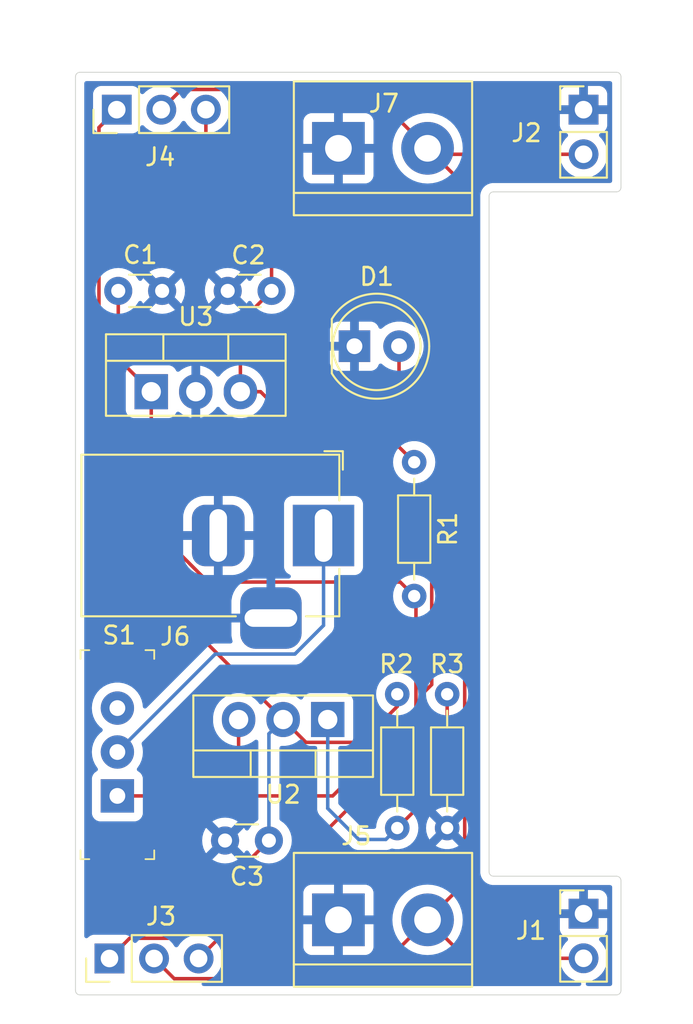
<source format=kicad_pcb>
(kicad_pcb (version 20240108) (generator "pcbnew") (generator_version "8.0")
  (layers (0 "F.Cu" signal) (31 "B.Cu" signal) (34 "B.Paste" user) (35 "F.Paste" user) (36 "B.SilkS" user "B.Silkscreen") (37 "F.SilkS" user "F.Silkscreen") (38 "B.Mask" user) (39 "F.Mask" user) (44 "Edge.Cuts" user))
  (net 0 "")
  (net 1 "GND")
  (net 2 "/12v")
  (net 3 "/5v")
  (net 4 "/3v3")
  (net 5 "Net-(D1-A)")
  (net 6 "/PWR_OUT")
  (net 7 "/PWR_IN")
  (net 8 "Net-(U2-ADJ)")
  (footprint "Package_TO_SOT_THT:TO-220-3_Vertical" (layer "F.Cu") (at 104.648 98.3488)
    (property "Reference" "U3" (at 2.54 -4.27 0) (layer "F.SilkS"))
    (property "Value" "LM7805_TO220")
    (fp_line (start -2.58 -3.27) (end -2.58 1.371) (stroke (width 0.12)) (layer "F.SilkS"))
    (fp_line (start -2.58 -3.27) (end 7.66 -3.27) (stroke (width 0.12)) (layer "F.SilkS"))
    (fp_line (start -2.58 -1.76) (end 7.66 -1.76) (stroke (width 0.12)) (layer "F.SilkS"))
    (fp_line (start -2.58 1.371) (end 7.66 1.371) (stroke (width 0.12)) (layer "F.SilkS"))
    (fp_line (start 0.69 -3.27) (end 0.69 -1.76) (stroke (width 0.12)) (layer "F.SilkS"))
    (fp_line (start 4.391 -3.27) (end 4.391 -1.76) (stroke (width 0.12)) (layer "F.SilkS"))
    (fp_line (start 7.66 -3.27) (end 7.66 1.371) (stroke (width 0.12)) (layer "F.SilkS"))
    (pad "1" thru_hole rect (at 0 0) (size 1.905 2) (drill 1.1) (layers "*.Cu" "*.Mask") (net 2 "/12v"))
    (pad "2" thru_hole oval (at 2.54 0) (size 1.905 2) (drill 1.1) (layers "*.Cu" "*.Mask") (net 1 "GND"))
    (pad "3" thru_hole oval (at 5.08 0) (size 1.905 2) (drill 1.1) (layers "*.Cu" "*.Mask") (net 3 "/5v"))
  )
  (footprint "digikey-footprints:Switch_Slide_11.6x4mm_EG1218" (layer "F.Cu") (at 102.7176 121.3612 90)
    (property "Reference" "S1" (at 9.144 0.1016 0) (layer "F.SilkS"))
    (property "Value" "EG1218")
    (fp_line (start 8.3 -2.1) (end 7.8 -2.1) (stroke (width 0.1)) (layer "F.SilkS"))
    (fp_line (start 8.3 -2.1) (end 8.3 -1.6) (stroke (width 0.1)) (layer "F.SilkS"))
    (fp_line (start -3.6 -2.1) (end -3.1 -2.1) (stroke (width 0.1)) (layer "F.SilkS"))
    (fp_line (start -3.6 -2.1) (end -3.6 -1.6) (stroke (width 0.1)) (layer "F.SilkS"))
    (fp_line (start 8.3 2.1) (end 8.3 1.6) (stroke (width 0.1)) (layer "F.SilkS"))
    (fp_line (start 8.3 2.1) (end 7.8 2.1) (stroke (width 0.1)) (layer "F.SilkS"))
    (fp_line (start -3.6 2.1) (end -3.6 1.6) (stroke (width 0.1)) (layer "F.SilkS"))
    (fp_line (start -3.6 2.1) (end -3.1 2.1) (stroke (width 0.1)) (layer "F.SilkS"))
    (pad "1" thru_hole rect (at 0 0 90) (size 1.9 1.9) (drill 0.9) (layers "*.Cu" "*.Mask") (net 2 "/12v"))
    (pad "2" thru_hole circle (at 2.5 0 90) (size 1.9 1.9) (drill 0.9) (layers "*.Cu" "*.Mask") (net 7 "/PWR_IN"))
    (pad "3" thru_hole circle (at 5 0 90) (size 1.9 1.9) (drill 0.9) (layers "*.Cu" "*.Mask"))
  )
  (footprint "TerminalBlock:TerminalBlock_bornier-2_P5.08mm" (layer "F.Cu") (at 115.316 128.4168)
    (property "Reference" "J5" (at 1.016 -4.7696 0) (layer "F.SilkS"))
    (property "Value" "Screw_Terminal_01x02")
    (fp_line (start -2.54 -3.81) (end -2.54 3.81) (stroke (width 0.12)) (layer "F.SilkS"))
    (fp_line (start -2.54 3.81) (end 7.62 3.81) (stroke (width 0.12)) (layer "F.SilkS"))
    (fp_line (start 7.62 -3.81) (end -2.54 -3.81) (stroke (width 0.12)) (layer "F.SilkS"))
    (fp_line (start 7.62 2.54) (end -2.54 2.54) (stroke (width 0.12)) (layer "F.SilkS"))
    (fp_line (start 7.62 3.81) (end 7.62 -3.81) (stroke (width 0.12)) (layer "F.SilkS"))
    (pad "1" thru_hole rect (at 0 0) (size 3 3) (drill 1.52) (layers "*.Cu" "*.Mask") (net 1 "GND"))
    (pad "2" thru_hole circle (at 5.08 0) (size 3 3) (drill 1.52) (layers "*.Cu" "*.Mask") (net 6 "/PWR_OUT"))
  )
  (footprint "Capacitor_THT:C_Disc_D3.0mm_W1.6mm_P2.50mm" (layer "F.Cu") (at 111.3536 123.9012 180)
    (property "Reference" "C3" (at 1.25 -2.05 180) (layer "F.SilkS"))
    (property "Value" "1u")
    (fp_line (start 0.621 0.92) (end 1.879 0.92) (stroke (width 0.12)) (layer "F.SilkS"))
    (fp_line (start 0.621 -0.92) (end 1.879 -0.92) (stroke (width 0.12)) (layer "F.SilkS"))
    (pad "1" thru_hole circle (at 0 0 180) (size 1.6 1.6) (drill 0.8) (layers "*.Cu" "*.Mask") (net 4 "/3v3"))
    (pad "2" thru_hole circle (at 2.5 0 180) (size 1.6 1.6) (drill 0.8) (layers "*.Cu" "*.Mask") (net 1 "GND"))
  )
  (footprint "Connector_PinHeader_2.54mm:PinHeader_1x03_P2.54mm_Vertical" (layer "F.Cu") (at 102.6818 82.291 90)
    (property "Reference" "J4" (at -2.6974 2.4742 0) (layer "F.SilkS"))
    (property "Value" "Conn_01x03_Pin")
    (fp_line (start -1.33 -1.33) (end 0 -1.33) (stroke (width 0.12)) (layer "F.SilkS"))
    (fp_line (start -1.33 0) (end -1.33 -1.33) (stroke (width 0.12)) (layer "F.SilkS"))
    (fp_line (start 1.33 1.27) (end 1.33 6.41) (stroke (width 0.12)) (layer "F.SilkS"))
    (fp_line (start -1.33 1.27) (end 1.33 1.27) (stroke (width 0.12)) (layer "F.SilkS"))
    (fp_line (start -1.33 1.27) (end -1.33 6.41) (stroke (width 0.12)) (layer "F.SilkS"))
    (fp_line (start -1.33 6.41) (end 1.33 6.41) (stroke (width 0.12)) (layer "F.SilkS"))
    (pad "1" thru_hole rect (at 0 0 90) (size 1.7 1.7) (drill 1) (layers "*.Cu" "*.Mask") (net 4 "/3v3"))
    (pad "2" thru_hole oval (at 0 2.54 90) (size 1.7 1.7) (drill 1) (layers "*.Cu" "*.Mask") (net 6 "/PWR_OUT"))
    (pad "3" thru_hole oval (at 0 5.08 90) (size 1.7 1.7) (drill 1) (layers "*.Cu" "*.Mask") (net 3 "/5v"))
  )
  (footprint "TerminalBlock:TerminalBlock_bornier-2_P5.08mm" (layer "F.Cu") (at 115.316 84.491)
    (property "Reference" "J7" (at 2.5908 -2.5506 0) (layer "F.SilkS"))
    (property "Value" "Screw_Terminal_01x02")
    (fp_line (start -2.54 -3.81) (end -2.54 3.81) (stroke (width 0.12)) (layer "F.SilkS"))
    (fp_line (start -2.54 3.81) (end 7.62 3.81) (stroke (width 0.12)) (layer "F.SilkS"))
    (fp_line (start 7.62 -3.81) (end -2.54 -3.81) (stroke (width 0.12)) (layer "F.SilkS"))
    (fp_line (start 7.62 2.54) (end -2.54 2.54) (stroke (width 0.12)) (layer "F.SilkS"))
    (fp_line (start 7.62 3.81) (end 7.62 -3.81) (stroke (width 0.12)) (layer "F.SilkS"))
    (pad "1" thru_hole rect (at 0 0) (size 3 3) (drill 1.52) (layers "*.Cu" "*.Mask") (net 1 "GND"))
    (pad "2" thru_hole circle (at 5.08 0) (size 3 3) (drill 1.52) (layers "*.Cu" "*.Mask") (net 6 "/PWR_OUT"))
  )
  (footprint "Connector_PinHeader_2.54mm:PinHeader_1x02_P2.54mm_Vertical" (layer "F.Cu") (at 129.286 128.0668)
    (property "Reference" "J1" (at -2.9972 0.9652 0) (layer "F.SilkS"))
    (property "Value" "Conn_01x02_Pin")
    (fp_line (start -1.33 -1.33) (end 0 -1.33) (stroke (width 0.12)) (layer "F.SilkS"))
    (fp_line (start -1.33 0) (end -1.33 -1.33) (stroke (width 0.12)) (layer "F.SilkS"))
    (fp_line (start -1.33 1.27) (end -1.33 3.87) (stroke (width 0.12)) (layer "F.SilkS"))
    (fp_line (start -1.33 1.27) (end 1.33 1.27) (stroke (width 0.12)) (layer "F.SilkS"))
    (fp_line (start -1.33 3.87) (end 1.33 3.87) (stroke (width 0.12)) (layer "F.SilkS"))
    (fp_line (start 1.33 1.27) (end 1.33 3.87) (stroke (width 0.12)) (layer "F.SilkS"))
    (pad "1" thru_hole rect (at 0 0) (size 1.7 1.7) (drill 1) (layers "*.Cu" "*.Mask") (net 1 "GND"))
    (pad "2" thru_hole oval (at 0 2.54) (size 1.7 1.7) (drill 1) (layers "*.Cu" "*.Mask") (net 6 "/PWR_OUT"))
  )
  (footprint "Package_TO_SOT_THT:TO-220-3_Vertical" (layer "F.Cu") (at 114.7064 117.0126 180)
    (property "Reference" "U2" (at 2.54 -4.27 180) (layer "F.SilkS"))
    (property "Value" "LM317_TO-220")
    (fp_line (start 7.66 -3.27) (end 7.66 1.371) (stroke (width 0.12)) (layer "F.SilkS"))
    (fp_line (start 4.391 -3.27) (end 4.391 -1.76) (stroke (width 0.12)) (layer "F.SilkS"))
    (fp_line (start 0.69 -3.27) (end 0.69 -1.76) (stroke (width 0.12)) (layer "F.SilkS"))
    (fp_line (start -2.58 1.371) (end 7.66 1.371) (stroke (width 0.12)) (layer "F.SilkS"))
    (fp_line (start -2.58 -1.76) (end 7.66 -1.76) (stroke (width 0.12)) (layer "F.SilkS"))
    (fp_line (start -2.58 -3.27) (end 7.66 -3.27) (stroke (width 0.12)) (layer "F.SilkS"))
    (fp_line (start -2.58 -3.27) (end -2.58 1.371) (stroke (width 0.12)) (layer "F.SilkS"))
    (pad "1" thru_hole rect (at 0 0 180) (size 1.905 2) (drill 1.1) (layers "*.Cu" "*.Mask") (net 8 "Net-(U2-ADJ)"))
    (pad "2" thru_hole oval (at 2.54 0 180) (size 1.905 2) (drill 1.1) (layers "*.Cu" "*.Mask") (net 4 "/3v3"))
    (pad "3" thru_hole oval (at 5.08 0 180) (size 1.905 2) (drill 1.1) (layers "*.Cu" "*.Mask") (net 2 "/12v"))
  )
  (footprint "Capacitor_THT:C_Disc_D3.0mm_W1.6mm_P2.50mm" (layer "F.Cu") (at 111.506 92.6084 180)
    (property "Reference" "C2" (at 1.3208 2.032 180) (layer "F.SilkS"))
    (property "Value" "0.1u")
    (fp_line (start 0.621 0.92) (end 1.879 0.92) (stroke (width 0.12)) (layer "F.SilkS"))
    (fp_line (start 0.621 -0.92) (end 1.879 -0.92) (stroke (width 0.12)) (layer "F.SilkS"))
    (pad "1" thru_hole circle (at 0 0 180) (size 1.6 1.6) (drill 0.8) (layers "*.Cu" "*.Mask") (net 3 "/5v"))
    (pad "2" thru_hole circle (at 2.5 0 180) (size 1.6 1.6) (drill 0.8) (layers "*.Cu" "*.Mask") (net 1 "GND"))
  )
  (footprint "Connector_PinHeader_2.54mm:PinHeader_1x03_P2.54mm_Vertical" (layer "F.Cu") (at 102.2676 130.6168 90)
    (property "Reference" "J3" (at 2.3976 2.9392 0) (layer "F.SilkS"))
    (property "Value" "Conn_01x03_Pin")
    (fp_line (start -1.33 -1.33) (end 0 -1.33) (stroke (width 0.12)) (layer "F.SilkS"))
    (fp_line (start -1.33 0) (end -1.33 -1.33) (stroke (width 0.12)) (layer "F.SilkS"))
    (fp_line (start 1.33 1.27) (end 1.33 6.41) (stroke (width 0.12)) (layer "F.SilkS"))
    (fp_line (start -1.33 1.27) (end 1.33 1.27) (stroke (width 0.12)) (layer "F.SilkS"))
    (fp_line (start -1.33 1.27) (end -1.33 6.41) (stroke (width 0.12)) (layer "F.SilkS"))
    (fp_line (start -1.33 6.41) (end 1.33 6.41) (stroke (width 0.12)) (layer "F.SilkS"))
    (pad "1" thru_hole rect (at 0 0 90) (size 1.7 1.7) (drill 1) (layers "*.Cu" "*.Mask") (net 4 "/3v3"))
    (pad "2" thru_hole oval (at 0 2.54 90) (size 1.7 1.7) (drill 1) (layers "*.Cu" "*.Mask") (net 6 "/PWR_OUT"))
    (pad "3" thru_hole oval (at 0 5.08 90) (size 1.7 1.7) (drill 1) (layers "*.Cu" "*.Mask") (net 3 "/5v"))
  )
  (footprint "Connector_BarrelJack:BarrelJack_Horizontal" (layer "F.Cu") (at 114.4676 106.5353)
    (property "Reference" "J6" (at -8.45 5.75 0) (layer "F.SilkS"))
    (property "Value" "Barrel_Jack_Switch")
    (fp_line (start -13.8 -4.6) (end 0.9 -4.6) (stroke (width 0.12)) (layer "F.SilkS"))
    (fp_line (start -13.8 4.6) (end -13.8 -4.6) (stroke (width 0.12)) (layer "F.SilkS"))
    (fp_line (start -5 4.6) (end -13.8 4.6) (stroke (width 0.12)) (layer "F.SilkS"))
    (fp_line (start 0.05 -4.8) (end 1.1 -4.8) (stroke (width 0.12)) (layer "F.SilkS"))
    (fp_line (start 0.9 -4.6) (end 0.9 -2) (stroke (width 0.12)) (layer "F.SilkS"))
    (fp_line (start 0.9 1.9) (end 0.9 4.6) (stroke (width 0.12)) (layer "F.SilkS"))
    (fp_line (start 0.9 4.6) (end -1 4.6) (stroke (width 0.12)) (layer "F.SilkS"))
    (fp_line (start 1.1 -3.75) (end 1.1 -4.8) (stroke (width 0.12)) (layer "F.SilkS"))
    (pad "1" thru_hole rect (at 0 0) (size 3.5 3.5) (drill oval 1 3) (layers "*.Cu" "*.Mask") (net 7 "/PWR_IN"))
    (pad "2" thru_hole roundrect (at -6 0) (size 3 3.5) (drill oval 1 3) (layers "*.Cu" "*.Mask") (net 1 "GND"))
    (pad "3" thru_hole roundrect (at -3 4.7) (size 3.5 3.5) (drill oval 3 1) (layers "*.Cu" "*.Mask") (net 1 "GND"))
  )
  (footprint "Connector_PinHeader_2.54mm:PinHeader_1x02_P2.54mm_Vertical" (layer "F.Cu") (at 129.286 82.291)
    (property "Reference" "J2" (at -3.2512 1.3258 0) (layer "F.SilkS"))
    (property "Value" "Conn_01x02_Pin")
    (fp_line (start -1.33 -1.33) (end 0 -1.33) (stroke (width 0.12)) (layer "F.SilkS"))
    (fp_line (start -1.33 0) (end -1.33 -1.33) (stroke (width 0.12)) (layer "F.SilkS"))
    (fp_line (start -1.33 1.27) (end -1.33 3.87) (stroke (width 0.12)) (layer "F.SilkS"))
    (fp_line (start -1.33 1.27) (end 1.33 1.27) (stroke (width 0.12)) (layer "F.SilkS"))
    (fp_line (start -1.33 3.87) (end 1.33 3.87) (stroke (width 0.12)) (layer "F.SilkS"))
    (fp_line (start 1.33 1.27) (end 1.33 3.87) (stroke (width 0.12)) (layer "F.SilkS"))
    (pad "1" thru_hole rect (at 0 0) (size 1.7 1.7) (drill 1) (layers "*.Cu" "*.Mask") (net 1 "GND"))
    (pad "2" thru_hole oval (at 0 2.54) (size 1.7 1.7) (drill 1) (layers "*.Cu" "*.Mask") (net 6 "/PWR_OUT"))
  )
  (footprint "Resistor_THT:R_Axial_DIN0204_L3.6mm_D1.6mm_P7.62mm_Horizontal" (layer "F.Cu") (at 121.5136 123.19 90)
    (property "Reference" "R3" (at 9.3356 0 0) (layer "F.SilkS"))
    (property "Value" "560")
    (fp_line (start 5.73 -0.92) (end 1.89 -0.92) (stroke (width 0.12)) (layer "F.SilkS"))
    (fp_line (start 1.89 -0.92) (end 1.89 0.92) (stroke (width 0.12)) (layer "F.SilkS"))
    (fp_line (start 6.68 0) (end 5.73 0) (stroke (width 0.12)) (layer "F.SilkS"))
    (fp_line (start 0.94 0) (end 1.89 0) (stroke (width 0.12)) (layer "F.SilkS"))
    (fp_line (start 5.73 0.92) (end 5.73 -0.92) (stroke (width 0.12)) (layer "F.SilkS"))
    (fp_line (start 1.89 0.92) (end 5.73 0.92) (stroke (width 0.12)) (layer "F.SilkS"))
    (pad "1" thru_hole circle (at 0 0 90) (size 1.4 1.4) (drill 0.7) (layers "*.Cu" "*.Mask") (net 1 "GND"))
    (pad "2" thru_hole oval (at 7.62 0 90) (size 1.4 1.4) (drill 0.7) (layers "*.Cu" "*.Mask") (net 8 "Net-(U2-ADJ)"))
  )
  (footprint "Resistor_THT:R_Axial_DIN0204_L3.6mm_D1.6mm_P7.62mm_Horizontal" (layer "F.Cu") (at 119.634 102.362 -90)
    (property "Reference" "R1" (at 3.81 -1.92 90) (layer "F.SilkS"))
    (property "Value" "330")
    (fp_line (start 1.89 0.92) (end 5.73 0.92) (stroke (width 0.12)) (layer "F.SilkS"))
    (fp_line (start 5.73 0.92) (end 5.73 -0.92) (stroke (width 0.12)) (layer "F.SilkS"))
    (fp_line (start 0.94 0) (end 1.89 0) (stroke (width 0.12)) (layer "F.SilkS"))
    (fp_line (start 6.68 0) (end 5.73 0) (stroke (width 0.12)) (layer "F.SilkS"))
    (fp_line (start 1.89 -0.92) (end 1.89 0.92) (stroke (width 0.12)) (layer "F.SilkS"))
    (fp_line (start 5.73 -0.92) (end 1.89 -0.92) (stroke (width 0.12)) (layer "F.SilkS"))
    (pad "1" thru_hole circle (at 0 0 270) (size 1.4 1.4) (drill 0.7) (layers "*.Cu" "*.Mask") (net 5 "Net-(D1-A)"))
    (pad "2" thru_hole oval (at 7.62 0 270) (size 1.4 1.4) (drill 0.7) (layers "*.Cu" "*.Mask") (net 2 "/12v"))
  )
  (footprint "LED_THT:LED_D5.0mm" (layer "F.Cu") (at 116.2304 95.758)
    (property "Reference" "D1" (at 1.27 -3.96 0) (layer "F.SilkS"))
    (property "Value" "LED")
    (fp_line (start -1.29 -1.545) (end -1.29 1.545) (stroke (width 0.12)) (layer "F.SilkS"))
    (fp_arc (start -1.29 -1.54483) (mid 2.072002 -2.880433) (end 4.26 0.000462) (stroke (width 0.12)) (layer "F.SilkS"))
    (fp_arc (start 4.26 -0.000462) (mid 2.072002 2.880433) (end -1.29 1.54483) (stroke (width 0.12)) (layer "F.SilkS"))
    (fp_circle (center 1.27 0) (end 3.77 0) (stroke (width 0.12)) (fill none) (layer "F.SilkS"))
    (pad "1" thru_hole rect (at 0 0) (size 1.8 1.8) (drill 0.9) (layers "*.Cu" "*.Mask") (net 1 "GND"))
    (pad "2" thru_hole circle (at 2.54 0) (size 1.8 1.8) (drill 0.9) (layers "*.Cu" "*.Mask") (net 5 "Net-(D1-A)"))
  )
  (footprint "Resistor_THT:R_Axial_DIN0204_L3.6mm_D1.6mm_P7.62mm_Horizontal" (layer "F.Cu") (at 118.6688 123.19 90)
    (property "Reference" "R2" (at 9.3356 -0.0508 0) (layer "F.SilkS"))
    (property "Value" "330")
    (fp_line (start 5.73 -0.92) (end 1.89 -0.92) (stroke (width 0.12)) (layer "F.SilkS"))
    (fp_line (start 1.89 -0.92) (end 1.89 0.92) (stroke (width 0.12)) (layer "F.SilkS"))
    (fp_line (start 6.68 0) (end 5.73 0) (stroke (width 0.12)) (layer "F.SilkS"))
    (fp_line (start 0.94 0) (end 1.89 0) (stroke (width 0.12)) (layer "F.SilkS"))
    (fp_line (start 5.73 0.92) (end 5.73 -0.92) (stroke (width 0.12)) (layer "F.SilkS"))
    (fp_line (start 1.89 0.92) (end 5.73 0.92) (stroke (width 0.12)) (layer "F.SilkS"))
    (pad "1" thru_hole circle (at 0 0 90) (size 1.4 1.4) (drill 0.7) (layers "*.Cu" "*.Mask") (net 8 "Net-(U2-ADJ)"))
    (pad "2" thru_hole oval (at 7.62 0 90) (size 1.4 1.4) (drill 0.7) (layers "*.Cu" "*.Mask") (net 4 "/3v3"))
  )
  (footprint "Capacitor_THT:C_Disc_D3.0mm_W1.6mm_P2.50mm" (layer "F.Cu") (at 102.7684 92.6084)
    (property "Reference" "C1" (at 1.25 -2.05 0) (layer "F.SilkS"))
    (property "Value" "10u")
    (fp_line (start 0.621 -0.92) (end 1.879 -0.92) (stroke (width 0.12)) (layer "F.SilkS"))
    (fp_line (start 0.621 0.92) (end 1.879 0.92) (stroke (width 0.12)) (layer "F.SilkS"))
    (pad "1" thru_hole circle (at 0 0) (size 1.6 1.6) (drill 0.8) (layers "*.Cu" "*.Mask") (net 2 "/12v"))
    (pad "2" thru_hole circle (at 2.5 0) (size 1.6 1.6) (drill 0.8) (layers "*.Cu" "*.Mask") (net 1 "GND"))
  )
  (gr_line (start 123.9012 87.2236) (end 123.9012 125.6792) (stroke (width 0.05)) (layer "Edge.Cuts"))
  (gr_line (start 131.1656 125.9332) (end 124.1552 125.9332) (stroke (width 0.05)) (layer "Edge.Cuts"))
  (gr_line (start 100.584 132.6896) (end 131.1656 132.6896) (stroke (width 0.05)) (layer "Edge.Cuts"))
  (gr_line (start 100.33 80.4164) (end 100.33 132.4356) (stroke (width 0.05)) (layer "Edge.Cuts"))
  (gr_arc (start 131.1656 125.9332) (mid 131.345205 126.007595) (end 131.4196 126.1872) (stroke (width 0.05)) (layer "Edge.Cuts"))
  (gr_arc (start 131.4196 86.7156) (mid 131.345205 86.895205) (end 131.1656 86.9696) (stroke (width 0.05)) (layer "Edge.Cuts"))
  (gr_line (start 124.1552 86.9696) (end 131.1656 86.9696) (stroke (width 0.05)) (layer "Edge.Cuts"))
  (gr_arc (start 100.584 132.6896) (mid 100.404395 132.615205) (end 100.33 132.4356) (stroke (width 0.05)) (layer "Edge.Cuts"))
  (gr_arc (start 131.1656 80.1624) (mid 131.345205 80.236795) (end 131.4196 80.4164) (stroke (width 0.05)) (layer "Edge.Cuts"))
  (gr_arc (start 131.4196 132.4356) (mid 131.345205 132.615205) (end 131.1656 132.6896) (stroke (width 0.05)) (layer "Edge.Cuts"))
  (gr_line (start 131.4196 132.4356) (end 131.4196 126.1872) (stroke (width 0.05)) (layer "Edge.Cuts"))
  (gr_line (start 131.4196 86.7156) (end 131.4196 80.4164) (stroke (width 0.05)) (layer "Edge.Cuts"))
  (gr_arc (start 124.1552 125.9332) (mid 123.975595 125.858805) (end 123.9012 125.6792) (stroke (width 0.05)) (layer "Edge.Cuts"))
  (gr_arc (start 100.33 80.4164) (mid 100.404395 80.236795) (end 100.584 80.1624) (stroke (width 0.05)) (layer "Edge.Cuts"))
  (gr_line (start 131.1656 80.1624) (end 100.584 80.1624) (stroke (width 0.05)) (layer "Edge.Cuts"))
  (gr_arc (start 123.9012 87.2236) (mid 123.975595 87.043995) (end 124.1552 86.9696) (stroke (width 0.05)) (layer "Edge.Cuts"))
  (segment (start 119.634 109.982) (end 119.7356 110.0836) (width 0.2) (layer "F.Cu") (net 2))
  (segment (start 102.7684 92.6084) (end 102.7684 96.4692) (width 0.2) (layer "F.Cu") (net 2))
  (segment (start 108.0516 121.3612) (end 102.7176 121.3612) (width 0.2) (layer "F.Cu") (net 2))
  (segment (start 109.6264 117.0126) (end 109.6264 119.7864) (width 0.2) (layer "F.Cu") (net 2))
  (segment (start 119.7356 110.0836) (end 119.7356 116.617014) (width 0.2) (layer "F.Cu") (net 2))
  (segment (start 118.8373 109.1853) (end 119.634 109.982) (width 0.2) (layer "F.Cu") (net 2))
  (segment (start 109.6264 119.7864) (end 108.0516 121.3612) (width 0.2) (layer "F.Cu") (net 2))
  (segment (start 104.648 105.950626) (end 107.882674 109.1853) (width 0.2) (layer "F.Cu") (net 2))
  (segment (start 102.7684 96.4692) (end 104.648 98.3488) (width 0.2) (layer "F.Cu") (net 2))
  (segment (start 119.7356 116.617014) (end 114.991414 121.3612) (width 0.2) (layer "F.Cu") (net 2))
  (segment (start 107.882674 109.1853) (end 118.8373 109.1853) (width 0.2) (layer "F.Cu") (net 2))
  (segment (start 104.648 98.3488) (end 104.648 105.950626) (width 0.2) (layer "F.Cu") (net 2))
  (segment (start 114.991414 121.3612) (end 108.0516 121.3612) (width 0.2) (layer "F.Cu") (net 2))
  (segment (start 120.634 108.1023) (end 120.634 115.0208) (width 0.2) (layer "F.Cu") (net 3))
  (segment (start 110.8805 98.3488) (end 120.634 108.1023) (width 0.2) (layer "F.Cu") (net 3))
  (segment (start 111.506 89.662) (end 111.506 92.6084) (width 0.2) (layer "F.Cu") (net 3))
  (segment (start 120.634 115.0208) (end 120.1356 115.5192) (width 0.2) (layer "F.Cu") (net 3))
  (segment (start 107.7618 82.291) (end 107.7618 85.9178) (width 0.2) (layer "F.Cu") (net 3))
  (segment (start 120.1356 117.8288) (end 107.3476 130.6168) (width 0.2) (layer "F.Cu") (net 3))
  (segment (start 120.1356 115.5192) (end 120.1356 117.8288) (width 0.2) (layer "F.Cu") (net 3))
  (segment (start 107.7618 85.9178) (end 111.506 89.662) (width 0.2) (layer "F.Cu") (net 3))
  (segment (start 109.728 98.3488) (end 109.728 94.3864) (width 0.2) (layer "F.Cu") (net 3))
  (segment (start 109.728 98.3488) (end 110.8805 98.3488) (width 0.2) (layer "F.Cu") (net 3))
  (segment (start 109.728 94.3864) (end 111.506 92.6084) (width 0.2) (layer "F.Cu") (net 3))
  (segment (start 113.4664 118.3126) (end 116.6258 118.3126) (width 0.2) (layer "F.Cu") (net 4))
  (segment (start 101.6684 106.5146) (end 112.1664 117.0126) (width 0.2) (layer "F.Cu") (net 4))
  (segment (start 103.4176 129.4668) (end 102.2676 130.6168) (width 0.2) (layer "F.Cu") (net 4))
  (segment (start 105.788 129.4668) (end 103.4176 129.4668) (width 0.2) (layer "F.Cu") (net 4))
  (segment (start 101.6684 83.3044) (end 101.6684 106.5146) (width 0.2) (layer "F.Cu") (net 4))
  (segment (start 111.3536 123.9012) (end 105.788 129.4668) (width 0.2) (layer "F.Cu") (net 4))
  (segment (start 118.6688 116.2696) (end 118.6688 115.57) (width 0.2) (layer "F.Cu") (net 4))
  (segment (start 102.6818 82.291) (end 101.6684 83.3044) (width 0.2) (layer "F.Cu") (net 4))
  (segment (start 116.6258 118.3126) (end 118.6688 116.2696) (width 0.2) (layer "F.Cu") (net 4))
  (segment (start 112.1664 117.0126) (end 113.4664 118.3126) (width 0.2) (layer "F.Cu") (net 4))
  (segment (start 111.3536 117.8254) (end 112.1664 117.0126) (width 0.2) (layer "B.Cu") (net 4))
  (segment (start 111.3536 123.9012) (end 111.3536 117.8254) (width 0.2) (layer "B.Cu") (net 4))
  (segment (start 118.7704 101.4984) (end 119.634 102.362) (width 0.2) (layer "F.Cu") (net 5))
  (segment (start 118.7704 95.758) (end 118.7704 101.4984) (width 0.2) (layer "F.Cu") (net 5))
  (segment (start 105.2218 82.291) (end 106.3718 81.141) (width 0.2) (layer "F.Cu") (net 6))
  (segment (start 122.586 130.6068) (end 129.286 130.6068) (width 0.2) (layer "F.Cu") (net 6))
  (segment (start 117.046 81.141) (end 120.396 84.491) (width 0.2) (layer "F.Cu") (net 6))
  (segment (start 120.736 84.831) (end 120.396 84.491) (width 0.2) (layer "F.Cu") (net 6))
  (segment (start 117.046 131.7668) (end 105.9576 131.7668) (width 0.2) (layer "F.Cu") (net 6))
  (segment (start 120.396 128.4168) (end 122.5136 126.2992) (width 0.2) (layer "F.Cu") (net 6))
  (segment (start 106.3718 81.141) (end 117.046 81.141) (width 0.2) (layer "F.Cu") (net 6))
  (segment (start 122.5136 86.6086) (end 120.396 84.491) (width 0.2) (layer "F.Cu") (net 6))
  (segment (start 105.9576 131.7668) (end 104.8076 130.6168) (width 0.2) (layer "F.Cu") (net 6))
  (segment (start 122.5136 126.2992) (end 122.5136 86.6086) (width 0.2) (layer "F.Cu") (net 6))
  (segment (start 120.396 128.4168) (end 122.586 130.6068) (width 0.2) (layer "F.Cu") (net 6))
  (segment (start 120.396 128.4168) (end 117.046 131.7668) (width 0.2) (layer "F.Cu") (net 6))
  (segment (start 129.286 84.831) (end 120.736 84.831) (width 0.2) (layer "F.Cu") (net 6))
  (segment (start 114.4676 111.654298) (end 114.4676 106.5353) (width 0.2) (layer "B.Cu") (net 7))
  (segment (start 102.7176 118.8612) (end 108.2935 113.2853) (width 0.2) (layer "B.Cu") (net 7))
  (segment (start 112.836598 113.2853) (end 114.4676 111.654298) (width 0.2) (layer "B.Cu") (net 7))
  (segment (start 108.2935 113.2853) (end 112.836598 113.2853) (width 0.2) (layer "B.Cu") (net 7))
  (segment (start 121.5136 120.3452) (end 118.6688 123.19) (width 0.2) (layer "F.Cu") (net 8))
  (segment (start 114.7064 117.0126) (end 114.7064 116.8908) (width 0.2) (layer "F.Cu") (net 8))
  (segment (start 121.5136 115.57) (end 121.5136 120.3452) (width 0.2) (layer "F.Cu") (net 8))
  (segment (start 118.6688 123.19) (end 118.018 123.8408) (width 0.2) (layer "B.Cu") (net 8))
  (segment (start 114.7064 122.0724) (end 114.7064 117.0126) (width 0.2) (layer "B.Cu") (net 8))
  (segment (start 118.018 123.8408) (end 116.4748 123.8408) (width 0.2) (layer "B.Cu") (net 8))
  (segment (start 116.4748 123.8408) (end 114.7064 122.0724) (width 0.2) (layer "B.Cu") (net 8))
  (zone (net 1) (net_name "GND") (layer "B.Cu") (connect_pads (clearance 0.5)) (min_thickness 0.25) (fill yes (thermal_gap 0.5) (thermal_bridge_width 0.5))
    (polygon (pts (xy 131.1656 80.4164) (xy 100.584 80.4164) (xy 100.4824 132.4356) (xy 131.1148 132.4356) (xy 131.1148 126.238) (xy 123.698 126.238) (xy 123.7488 86.6648) (xy 131.1656 86.6648)))
  )
)
</source>
